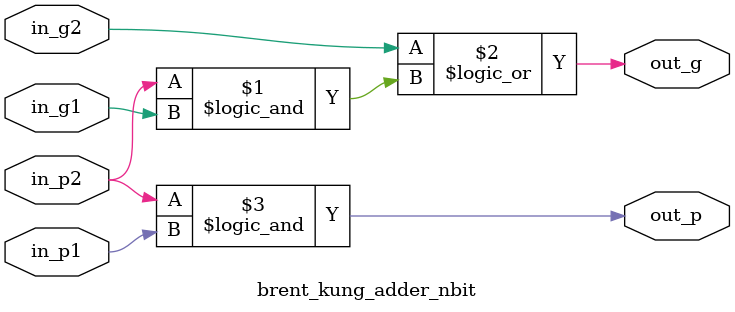
<source format=sv>
module brent_kung_adder_nbit (
  input  logic in_g1, in_g2,
  input  logic in_p1, in_p2,
  output logic out_g,
  output logic out_p
);

  assign out_g = in_g2 || (in_p2 && in_g1);
  assign out_p = in_p2 && in_p1;

endmodule
</source>
